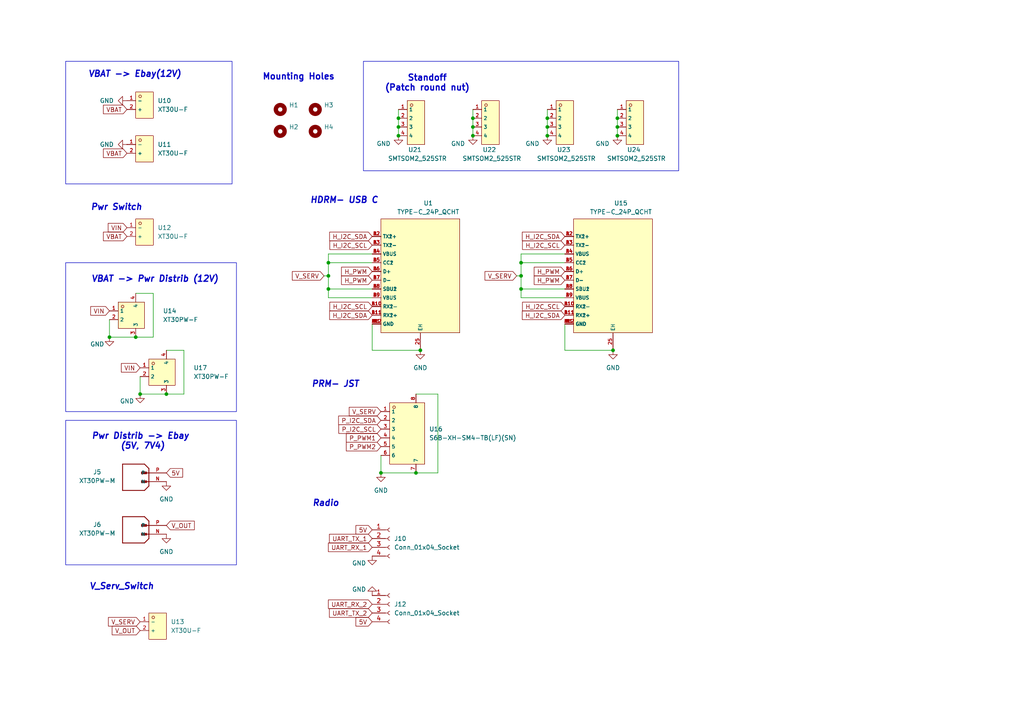
<source format=kicad_sch>
(kicad_sch (version 20250114) (generator "eeschema") (generator_version "9.0")
  (paper "A4")
  (lib_symbols
    (symbol "Connector:Conn_01x04_Socket" (pin_names (offset 1.016) (hide yes))
      (property "Reference" "J" (at 0 5.08 0))
      (property "Value" "Conn_01x04_Socket" (at 0 -7.62 0))
      (symbol "Conn_01x04_Socket_1_1"
        (polyline (pts (xy -1.27 2.54) (xy -0.508 2.54)) (stroke (width 0.1524)))
        (polyline (pts (xy -1.27 0) (xy -0.508 0)) (stroke (width 0.1524)))
        (polyline (pts (xy -1.27 -2.54) (xy -0.508 -2.54)) (stroke (width 0.1524)))
        (polyline (pts (xy -1.27 -5.08) (xy -0.508 -5.08)) (stroke (width 0.1524)))
        (arc (start 0 2.032) (mid -0.5058 2.54) (end 0 3.048) (stroke (width 0.1524)))
        (arc (start 0 -0.508) (mid -0.5058 0) (end 0 0.508) (stroke (width 0.1524)))
        (arc (start 0 -3.048) (mid -0.5058 -2.54) (end 0 -2.032) (stroke (width 0.1524)))
        (arc (start 0 -5.588) (mid -0.5058 -5.08) (end 0 -4.572) (stroke (width 0.1524)))
        (pin passive line (at -5.08 2.54 0) (length 3.81) (name "Pin_1") (number "1"))
        (pin passive line (at -5.08 0 0) (length 3.81) (name "Pin_2") (number "2"))
        (pin passive line (at -5.08 -2.54 0) (length 3.81) (name "Pin_3") (number "3"))
        (pin passive line (at -5.08 -5.08 0) (length 3.81) (name "Pin_4") (number "4"))
      )
    )
    (symbol "Mechanical:MountingHole" (pin_names (offset 1.016)) (exclude_from_sim yes) (in_bom no)
      (property "Reference" "H" (at 0 5.08 0))
      (property "Value" "MountingHole" (at 0 3.175 0))
      (symbol "MountingHole_0_1"
        (circle (center 0 0) (radius 1.27) (stroke (width 1.27)))
      )
    )
    (symbol "S6B-XH-SM4-TB(LF)(SN):S6B-XH-SM4-TB(LF)(SN)"
      (property "Reference" "U" (at 0 1.27 0))
      (property "Value" "S6B-XH-SM4-TB(LF)(SN)" (at 0 -2.54 0))
      (symbol "S6B-XH-SM4-TB(LF)(SN)_0_1"
        (rectangle (start -2.54 10.16) (end 7.62 -7.62) (fill (type background)))
        (circle (center -1.27 8.89) (radius 0.381) (fill (type background)))
        (pin unspecified line (at -5.08 7.62 0) (length 2.54) (name "1") (number "1"))
        (pin unspecified line (at -5.08 5.08 0) (length 2.54) (name "2") (number "2"))
        (pin unspecified line (at -5.08 2.54 0) (length 2.54) (name "3") (number "3"))
        (pin unspecified line (at -5.08 0 0) (length 2.54) (name "4") (number "4"))
        (pin unspecified line (at -5.08 -2.54 0) (length 2.54) (name "5") (number "5"))
        (pin unspecified line (at -5.08 -5.08 0) (length 2.54) (name "6") (number "6"))
        (pin unspecified line (at 5.08 12.7 270) (length 2.54) (name "8") (number "8"))
        (pin unspecified line (at 5.08 -10.16 90) (length 2.54) (name "7") (number "7"))
      )
    )
    (symbol "SMTSOM2_525STR:SMTSOM2_525STR"
      (property "Reference" "U" (at 0 1.27 0))
      (property "Value" "SMTSOM2_525STR" (at 0 -2.54 0))
      (symbol "SMTSOM2_525STR_0_1"
        (rectangle (start -2.54 6.35) (end 2.54 -6.35) (fill (type background)))
        (circle (center -1.27 5.08) (radius 0.381) (fill (type background)))
        (pin unspecified line (at -5.08 3.81 0) (length 2.54) (name "1") (number "1"))
        (pin unspecified line (at -5.08 1.27 0) (length 2.54) (name "2") (number "2"))
        (pin unspecified line (at -5.08 -1.27 0) (length 2.54) (name "3") (number "3"))
        (pin unspecified line (at -5.08 -3.81 0) (length 2.54) (name "4") (number "4"))
      )
    )
    (symbol "TYPE-C_24P_QCHT:TYPE-C_24P_QCHT"
      (property "Reference" "U1" (at 14.986 21.082 0))
      (property "Value" "TYPE-C_24P_QCHT" (at 14.986 18.542 0))
      (symbol "TYPE-C_24P_QCHT_0_1"
        (rectangle (start -10.16 15.24) (end 12.7 -17.78) (fill (type background)))
        (pin unspecified line (at -12.7 10.16 0) (length 2.54) (name "TX1+") (number "A2"))
        (pin unspecified line (at -12.7 10.16 0) (length 2.54) (name "TX2+") (number "B2"))
        (pin unspecified line (at -12.7 7.62 0) (length 2.54) (name "TX1-") (number "A3"))
        (pin unspecified line (at -12.7 7.62 0) (length 2.54) (name "TX2-") (number "B3"))
        (pin unspecified line (at -12.7 5.08 0) (length 2.54) (name "VBUS") (number "A4"))
        (pin unspecified line (at -12.7 5.08 0) (length 2.54) (name "VBUS") (number "B4"))
        (pin unspecified line (at -12.7 2.54 0) (length 2.54) (name "CC1") (number "A5"))
        (pin unspecified line (at -12.7 2.54 0) (length 2.54) (name "CC2") (number "B5"))
        (pin unspecified line (at -12.7 0 0) (length 2.54) (name "D+") (number "A6"))
        (pin unspecified line (at -12.7 0 0) (length 2.54) (name "D+") (number "B6"))
        (pin unspecified line (at -12.7 -2.54 0) (length 2.54) (name "D-") (number "A7"))
        (pin unspecified line (at -12.7 -2.54 0) (length 2.54) (name "D-") (number "B7"))
        (pin unspecified line (at -12.7 -5.08 0) (length 2.54) (name "SBU1") (number "A8"))
        (pin unspecified line (at -12.7 -5.08 0) (length 2.54) (name "SBU2") (number "B8"))
        (pin unspecified line (at -12.7 -7.62 0) (length 2.54) (name "VBUS") (number "A9"))
        (pin unspecified line (at -12.7 -7.62 0) (length 2.54) (name "VBUS") (number "B9"))
        (pin unspecified line (at -12.7 -10.16 0) (length 2.54) (name "RX2-") (number "A10"))
        (pin unspecified line (at -12.7 -10.16 0) (length 2.54) (name "RX1-") (number "B10"))
        (pin unspecified line (at -12.7 -12.7 0) (length 2.54) (name "RX2+") (number "A11"))
        (pin unspecified line (at -12.7 -12.7 0) (length 2.54) (name "RX1+") (number "B11"))
        (pin unspecified line (at -12.7 -15.24 0) (length 2.54) (name "GND") (number "A1"))
        (pin unspecified line (at -12.7 -15.24 0) (length 2.54) (name "GND") (number "A12"))
        (pin unspecified line (at -12.7 -15.24 0) (length 2.54) (name "GND") (number "B1"))
        (pin unspecified line (at -12.7 -15.24 0) (length 2.54) (name "GND") (number "B12"))
        (pin unspecified line (at 1.27 -22.86 90) (length 5.08) (name "EH") (number "25"))
      )
    )
    (symbol "XT30PW-F:XT30PW-F"
      (property "Reference" "U" (at 0 1.27 0))
      (property "Value" "XT30PW-F" (at 0 -2.54 0))
      (symbol "XT30PW-F_0_1"
        (rectangle (start -2.54 3.81) (end 5.08 -3.81) (fill (type background)))
        (circle (center -1.27 2.54) (radius 0.381) (fill (type background)))
        (pin unspecified line (at -5.08 1.27 0) (length 2.54) (name "1") (number "1"))
        (pin unspecified line (at -5.08 -1.27 0) (length 2.54) (name "2") (number "2"))
        (pin unspecified line (at 2.54 6.35 270) (length 2.54) (name "4") (number "4"))
        (pin unspecified line (at 2.54 -6.35 90) (length 2.54) (name "3") (number "3"))
      )
    )
    (symbol "XT30PW-M:XT30PW-M" (pin_names (offset 1.016))
      (property "Reference" "J" (at -7.62 3.302 0))
      (property "Value" "XT30PW-M" (at -7.62 -7.62 0))
      (symbol "XT30PW-M_0_0"
        (polyline (pts (xy -7.62 2.54) (xy -1.27 2.54)) (stroke (width 0.254)))
        (polyline (pts (xy -7.62 -5.08) (xy -7.62 2.54)) (stroke (width 0.254)))
        (rectangle (start -2.2225 -0.3175) (end -0.635 0.3175) (stroke (width 0.1)) (fill (type outline)))
        (rectangle (start -2.2225 -2.8575) (end -0.635 -2.2225) (stroke (width 0.1)) (fill (type outline)))
        (polyline (pts (xy -1.27 -5.08) (xy -7.62 -5.08)) (stroke (width 0.254)))
        (polyline (pts (xy 0 1.27) (xy -1.27 2.54)) (stroke (width 0.254)))
        (polyline (pts (xy 0 1.27) (xy 0 0)) (stroke (width 0.254)))
        (polyline (pts (xy 0 0) (xy -1.905 0)) (stroke (width 0.254)))
        (polyline (pts (xy 0 0) (xy 0 -3.81)) (stroke (width 0.254)))
        (polyline (pts (xy 0 -2.54) (xy -1.905 -2.54)) (stroke (width 0.254)))
        (polyline (pts (xy 0 -3.81) (xy -1.27 -5.08)) (stroke (width 0.254)))
        (pin power_in line (at 5.08 0 180) (length 5.08) (name "P") (number "P"))
        (pin power_in line (at 5.08 -2.54 180) (length 5.08) (name "N") (number "N"))
      )
    )
    (symbol "XT30U-F:XT30U-F"
      (property "Reference" "U" (at 0 1.27 0))
      (property "Value" "XT30U-F" (at 0 -2.54 0))
      (symbol "XT30U-F_0_1"
        (rectangle (start -2.54 3.81) (end 2.54 -3.81) (fill (type background)))
        (circle (center -1.27 2.54) (radius 0.381) (fill (type background)))
        (pin unspecified line (at -5.08 1.27 0) (length 2.54) (name "-") (number "1"))
        (pin unspecified line (at -5.08 -1.27 0) (length 2.54) (name "+") (number "2"))
      )
    )
    (symbol "power:GND" (power) (pin_numbers (hide yes)) (pin_names (offset 0) (hide yes))
      (property "Value" "GND" (at 0 -3.81 0))
      (symbol "GND_0_1"
        (polyline (pts (xy 0 0) (xy 0 -1.27) (xy 1.27 -1.27) (xy 0 -2.54) (xy -1.27 -1.27) (xy 0 -1.27)))
      )
      (symbol "GND_1_1"
        (pin power_in line (at 0 0 270) (length 0) (name "~") (number "1"))
      )
    )
  )
  (rectangle (start 105.41 17.78) (end 196.85 49.53))
  (rectangle (start 19.05 76.2) (end 68.58 119.38))
  (rectangle (start 19.05 121.92) (end 68.58 163.83))
  (rectangle (start 19.05 17.78) (end 67.31 53.34))
  (text "PRM- JST" (at 97.282 111.506 0) (effects (font (size 1.778 1.778) (thickness 0.3556) (bold yes) (italic yes))))
  (text "VBAT -> Pwr Distrib (12V)" (at 44.958 81.026 0) (effects (font (size 1.778 1.778) (thickness 0.3556) (bold yes) (italic yes))))
  (text "Pwr Switch\n" (at 33.782 60.198 0) (effects (font (size 1.778 1.778) (thickness 0.3556) (bold yes) (italic yes))))
  (text "Radio" (at 94.488 146.05 0) (effects (font (size 1.778 1.778) (thickness 0.3556) (bold yes) (italic yes))))
  (text "Pwr Distrib -> Ebay \n(5V, 7V4)" (at 41.402 128.016 0) (effects (font (size 1.778 1.778) (thickness 0.3556) (bold yes) (italic yes))))
  (text "VBAT -> Ebay(12V)" (at 39.116 21.59 0) (effects (font (size 1.778 1.778) (thickness 0.3556) (bold yes) (italic yes))))
  (text "V_Serv_Switch\n" (at 35.306 170.18 0) (effects (font (size 1.778 1.778) (thickness 0.3556) (bold yes) (italic yes))))
  (text "Standoff\n(Patch round nut)" (at 123.952 24.13 0) (effects (font (size 1.778 1.778) (thickness 0.3556) (bold yes))))
  (text "Mounting Holes" (at 86.614 22.352 0) (effects (font (size 1.778 1.778) (thickness 0.3556) (bold yes))))
  (text "HDRM- USB C" (at 99.822 58.166 0) (effects (font (size 1.778 1.778) (thickness 0.3556) (bold yes) (italic yes))))
  (junction (at 179.07 39.37))
  (junction (at 151.13 80.01))
  (junction (at 121.92 101.6))
  (junction (at 115.57 39.37))
  (junction (at 179.07 34.29))
  (junction (at 95.25 83.82))
  (junction (at 137.16 34.29))
  (junction (at 95.25 80.01))
  (junction (at 115.57 34.29))
  (junction (at 137.16 39.37))
  (junction (at 158.75 36.83))
  (junction (at 115.57 36.83))
  (junction (at 137.16 36.83))
  (junction (at 177.8 101.6))
  (junction (at 158.75 39.37))
  (junction (at 95.25 76.2))
  (junction (at 39.37 97.79))
  (junction (at 40.64 114.3))
  (junction (at 48.26 114.3))
  (junction (at 151.13 76.2))
  (junction (at 158.75 34.29))
  (junction (at 120.65 137.16))
  (junction (at 151.13 83.82))
  (junction (at 179.07 36.83))
  (junction (at 110.49 137.16))
  (junction (at 31.75 97.79))
  (wire (pts (xy 110.49 137.16) (xy 120.65 137.16)))
  (wire (pts (xy 95.25 86.36) (xy 95.25 83.82)))
  (wire (pts (xy 40.64 114.3) (xy 40.64 109.22)))
  (wire (pts (xy 137.16 36.83) (xy 137.16 39.37)))
  (wire (pts (xy 163.83 93.98) (xy 163.83 101.6)))
  (wire (pts (xy 107.95 93.98) (xy 107.95 101.6)))
  (wire (pts (xy 127 114.3) (xy 127 137.16)))
  (wire (pts (xy 95.25 83.82) (xy 95.25 80.01)))
  (wire (pts (xy 93.98 80.01) (xy 95.25 80.01)))
  (wire (pts (xy 137.16 31.75) (xy 137.16 34.29)))
  (wire (pts (xy 158.75 36.83) (xy 158.75 39.37)))
  (wire (pts (xy 137.16 34.29) (xy 137.16 36.83)))
  (wire (pts (xy 39.37 85.09) (xy 44.45 85.09)))
  (wire (pts (xy 95.25 76.2) (xy 95.25 73.66)))
  (wire (pts (xy 40.64 114.3) (xy 48.26 114.3)))
  (wire (pts (xy 163.83 101.6) (xy 177.8 101.6)))
  (wire (pts (xy 179.07 31.75) (xy 179.07 34.29)))
  (wire (pts (xy 151.13 86.36) (xy 151.13 83.82)))
  (wire (pts (xy 44.45 97.79) (xy 39.37 97.79)))
  (wire (pts (xy 53.34 101.6) (xy 53.34 114.3)))
  (wire (pts (xy 95.25 80.01) (xy 95.25 76.2)))
  (wire (pts (xy 158.75 31.75) (xy 158.75 34.29)))
  (wire (pts (xy 163.83 86.36) (xy 151.13 86.36)))
  (wire (pts (xy 44.45 85.09) (xy 44.45 97.79)))
  (wire (pts (xy 163.83 76.2) (xy 151.13 76.2)))
  (wire (pts (xy 179.07 34.29) (xy 179.07 36.83)))
  (wire (pts (xy 107.95 101.6) (xy 121.92 101.6)))
  (wire (pts (xy 31.75 97.79) (xy 39.37 97.79)))
  (wire (pts (xy 151.13 76.2) (xy 151.13 73.66)))
  (wire (pts (xy 179.07 36.83) (xy 179.07 39.37)))
  (wire (pts (xy 127 137.16) (xy 120.65 137.16)))
  (wire (pts (xy 115.57 31.75) (xy 115.57 34.29)))
  (wire (pts (xy 107.95 86.36) (xy 95.25 86.36)))
  (wire (pts (xy 151.13 80.01) (xy 151.13 76.2)))
  (wire (pts (xy 53.34 114.3) (xy 48.26 114.3)))
  (wire (pts (xy 151.13 73.66) (xy 163.83 73.66)))
  (wire (pts (xy 120.65 114.3) (xy 127 114.3)))
  (wire (pts (xy 115.57 36.83) (xy 115.57 39.37)))
  (wire (pts (xy 110.49 137.16) (xy 110.49 132.08)))
  (wire (pts (xy 95.25 73.66) (xy 107.95 73.66)))
  (wire (pts (xy 163.83 83.82) (xy 151.13 83.82)))
  (wire (pts (xy 48.26 101.6) (xy 53.34 101.6)))
  (wire (pts (xy 107.95 83.82) (xy 95.25 83.82)))
  (wire (pts (xy 107.95 76.2) (xy 95.25 76.2)))
  (wire (pts (xy 149.86 80.01) (xy 151.13 80.01)))
  (wire (pts (xy 31.75 97.79) (xy 31.75 92.71)))
  (wire (pts (xy 115.57 34.29) (xy 115.57 36.83)))
  (wire (pts (xy 158.75 34.29) (xy 158.75 36.83)))
  (wire (pts (xy 151.13 83.82) (xy 151.13 80.01)))
  (global_label "V_SERV" (shape input) (at 149.86 80.01 180) (property "Intersheetrefs" "${INTERSHEET_REFS}" (effects (hide yes))))
  (global_label "H_PWM" (shape input) (at 107.95 78.74 180) (property "Intersheetrefs" "${INTERSHEET_REFS}" (effects (hide yes))))
  (global_label "V_SERV" (shape input) (at 110.49 119.38 180) (property "Intersheetrefs" "${INTERSHEET_REFS}" (effects (hide yes))))
  (global_label "P_PWM1" (shape input) (at 110.49 127 180) (property "Intersheetrefs" "${INTERSHEET_REFS}" (effects (hide yes))))
  (global_label "H_PWM" (shape input) (at 107.95 81.28 180) (property "Intersheetrefs" "${INTERSHEET_REFS}" (effects (hide yes))))
  (global_label "5V" (shape input) (at 48.26 137.16 0) (property "Intersheetrefs" "${INTERSHEET_REFS}" (effects (hide yes))))
  (global_label "H_I2C_SCL" (shape input) (at 107.95 88.9 180) (property "Intersheetrefs" "${INTERSHEET_REFS}" (effects (hide yes))))
  (global_label "V_OUT" (shape input) (at 40.64 182.88 180) (property "Intersheetrefs" "${INTERSHEET_REFS}" (effects (hide yes))))
  (global_label "VBAT" (shape input) (at 36.83 68.58 180) (property "Intersheetrefs" "${INTERSHEET_REFS}" (effects (hide yes))))
  (global_label "VBAT" (shape input) (at 36.83 44.45 180) (property "Intersheetrefs" "${INTERSHEET_REFS}" (effects (hide yes))))
  (global_label "UART_TX_2" (shape input) (at 107.95 177.8 180) (property "Intersheetrefs" "${INTERSHEET_REFS}" (effects (hide yes))))
  (global_label "H_I2C_SCL" (shape input) (at 107.95 71.12 180) (property "Intersheetrefs" "${INTERSHEET_REFS}" (effects (hide yes))))
  (global_label "V_SERV" (shape input) (at 40.64 180.34 180) (property "Intersheetrefs" "${INTERSHEET_REFS}" (effects (hide yes))))
  (global_label "H_I2C_SCL" (shape input) (at 163.83 88.9 180) (property "Intersheetrefs" "${INTERSHEET_REFS}" (effects (hide yes))))
  (global_label "5V" (shape input) (at 107.95 153.67 180) (property "Intersheetrefs" "${INTERSHEET_REFS}" (effects (hide yes))))
  (global_label "H_PWM" (shape input) (at 163.83 78.74 180) (property "Intersheetrefs" "${INTERSHEET_REFS}" (effects (hide yes))))
  (global_label "H_I2C_SCL" (shape input) (at 163.83 71.12 180) (property "Intersheetrefs" "${INTERSHEET_REFS}" (effects (hide yes))))
  (global_label "UART_TX_1" (shape input) (at 107.95 156.21 180) (property "Intersheetrefs" "${INTERSHEET_REFS}" (effects (hide yes))))
  (global_label "V_OUT" (shape input) (at 48.26 152.4 0) (property "Intersheetrefs" "${INTERSHEET_REFS}" (effects (hide yes))))
  (global_label "H_PWM" (shape input) (at 163.83 81.28 180) (property "Intersheetrefs" "${INTERSHEET_REFS}" (effects (hide yes))))
  (global_label "H_I2C_SDA" (shape input) (at 163.83 68.58 180) (property "Intersheetrefs" "${INTERSHEET_REFS}" (effects (hide yes))))
  (global_label "V_SERV" (shape input) (at 93.98 80.01 180) (property "Intersheetrefs" "${INTERSHEET_REFS}" (effects (hide yes))))
  (global_label "VIN" (shape input) (at 36.83 66.04 180) (property "Intersheetrefs" "${INTERSHEET_REFS}" (effects (hide yes))))
  (global_label "VIN" (shape input) (at 40.64 106.68 180) (property "Intersheetrefs" "${INTERSHEET_REFS}" (effects (hide yes))))
  (global_label "UART_RX_2" (shape input) (at 107.95 175.26 180) (property "Intersheetrefs" "${INTERSHEET_REFS}" (effects (hide yes))))
  (global_label "H_I2C_SDA" (shape input) (at 107.95 68.58 180) (property "Intersheetrefs" "${INTERSHEET_REFS}" (effects (hide yes))))
  (global_label "H_I2C_SDA" (shape input) (at 107.95 91.44 180) (property "Intersheetrefs" "${INTERSHEET_REFS}" (effects (hide yes))))
  (global_label "P_I2C_SCL" (shape input) (at 110.49 124.46 180) (property "Intersheetrefs" "${INTERSHEET_REFS}" (effects (hide yes))))
  (global_label "P_I2C_SDA" (shape input) (at 110.49 121.92 180) (property "Intersheetrefs" "${INTERSHEET_REFS}" (effects (hide yes))))
  (global_label "VIN" (shape input) (at 31.75 90.17 180) (property "Intersheetrefs" "${INTERSHEET_REFS}" (effects (hide yes))))
  (global_label "UART_RX_1" (shape input) (at 107.95 158.75 180) (property "Intersheetrefs" "${INTERSHEET_REFS}" (effects (hide yes))))
  (global_label "P_PWM2" (shape input) (at 110.49 129.54 180) (property "Intersheetrefs" "${INTERSHEET_REFS}" (effects (hide yes))))
  (global_label "VBAT" (shape input) (at 36.83 31.75 180) (property "Intersheetrefs" "${INTERSHEET_REFS}" (effects (hide yes))))
  (global_label "5V" (shape input) (at 107.95 180.34 180) (property "Intersheetrefs" "${INTERSHEET_REFS}" (effects (hide yes))))
  (global_label "H_I2C_SDA" (shape input) (at 163.83 91.44 180) (property "Intersheetrefs" "${INTERSHEET_REFS}" (effects (hide yes))))
  (symbol (lib_id "power:GND") (at 31.75 97.79 0) (unit 1)
    (property "Reference" "#PWR03" (effects (hide yes)))
    (property "Value" "GND" (at 28.194 99.822 0))
    (property "Description" "Power symbol creates a global label with name \"GND\" , ground" (effects (hide yes)))
  )
  (symbol (lib_id "Mechanical:MountingHole") (at 81.28 31.75 0) (unit 1) (exclude_from_sim yes) (in_bom no)
    (property "Reference" "H1" (at 83.82 30.4799 0) (effects (justify left)))
    (property "Value" "MountingHole" (effects (hide yes)))
    (property "Footprint" "MountingHole:MountingHole_3.2mm_M3_Pad_Via" (effects (hide yes)))
    (property "Description" "Mounting Hole without connection" (effects (hide yes)))
  )
  (symbol (lib_id "XT30U-F:XT30U-F") (at 41.91 30.48 0) (unit 1)
    (property "Reference" "U10" (at 45.72 29.2099 0) (effects (justify left)))
    (property "Value" "XT30U-F" (at 45.72 31.7499 0) (effects (justify left)))
    (property "Footprint" "XT30-vertical:CONN-TH_XT30U-F" (effects (hide yes)))
    (property "Datasheet" "https://atta.szlcsc.com/upload/public/pdf/source/20170606/1496716550180.pdf" (effects (hide yes)))
    (property "LCSC" "C99102" (effects (hide yes)))
  )
  (symbol (lib_id "XT30U-F:XT30U-F") (at 41.91 67.31 0) (unit 1)
    (property "Reference" "U12" (at 45.72 66.0399 0) (effects (justify left)))
    (property "Value" "XT30U-F" (at 45.72 68.5799 0) (effects (justify left)))
    (property "Footprint" "XT30-vertical:CONN-TH_XT30U-F" (effects (hide yes)))
    (property "Datasheet" "https://atta.szlcsc.com/upload/public/pdf/source/20170606/1496716550180.pdf" (effects (hide yes)))
    (property "LCSC" "C99102" (effects (hide yes)))
  )
  (symbol (lib_id "TYPE-C_24P_QCHT:TYPE-C_24P_QCHT") (at 176.53 78.74 0) (unit 1)
    (property "Reference" "U15" (at 180.086 58.928 0))
    (property "Value" "TYPE-C_24P_QCHT" (at 180.086 61.468 0))
    (property "Footprint" "USB-C 24P:TYPE-C-SMD_TYPE-C-24P-QCHT" (effects (hide yes)))
    (property "Datasheet" "https://item.szlcsc.com/458820.html" (effects (hide yes)))
    (property "LCSC" "C456013" (effects (hide yes)))
  )
  (symbol (lib_id "XT30PW-M:XT30PW-M") (at 43.18 137.16 0) (unit 1)
    (property "Reference" "J5" (at 28.194 136.906 0))
    (property "Value" "XT30PW-M" (at 28.194 139.446 0))
    (property "Footprint" "XT30PW-M:AMASS_XT30PW-M" (effects (hide yes)))
    (property "MF" "AMASS" (effects (hide yes)))
    (property "MAXIMUM_PACKAGE_HEIGHT" "5 mm" (effects (hide yes)))
    (property "Package" "None" (effects (hide yes)))
    (property "Price" "None" (effects (hide yes)))
    (property "Check_prices" "https://www.snapeda.com/parts/XT30PW-M/AMASS/view-part/?ref=eda" (effects (hide yes)))
    (property "STANDARD" "Manufacturer Recommendations" (effects (hide yes)))
    (property "PARTREV" "1.2" (effects (hide yes)))
    (property "SnapEDA_Link" "https://www.snapeda.com/parts/XT30PW-M/AMASS/view-part/?ref=snap" (effects (hide yes)))
    (property "MP" "XT30PW-M" (effects (hide yes)))
    (property "Description_1" "Socket; DC supply; XT30; male; PIN: 2; on PCBs; THT; Colour: yellow" (effects (hide yes)))
    (property "MANUFACTURER" "Amass" (effects (hide yes)))
    (property "Availability" "Not in stock" (effects (hide yes)))
    (property "SNAPEDA_PN" "XT30PW-M" (effects (hide yes)))
  )
  (symbol (lib_id "SMTSOM2_525STR:SMTSOM2_525STR") (at 163.83 35.56 0) (unit 1)
    (property "Reference" "U23" (at 161.544 43.434 0) (effects (justify left)))
    (property "Value" "SMTSOM2_525STR" (at 155.702 45.974 0) (effects (justify left)))
    (property "Footprint" "SMTSOM2.525STR:SMD_BD5.6-D4.1" (effects (hide yes)))
    (property "Datasheet" "https://img.jlc.com/pdf/applyPasteComponent/2021-08-17/383886A/1117d75d549448acb3d5abecca3dc57c/SMD%E8%A1%A8%E8%B4%B4%E8%9E%BA%E6%AF%8D%E6%9F%B1-%E7%AE%80.pdf" (effects (hide yes)))
    (property "LCSC" "C22368605" (effects (hide yes)))
  )
  (symbol (lib_id "power:GND") (at 137.16 39.37 0) (unit 1)
    (property "Reference" "#PWR0239" (effects (hide yes)))
    (property "Value" "GND" (at 132.842 41.656 0))
    (property "Description" "Power symbol creates a global label with name \"GND\" , ground" (effects (hide yes)))
  )
  (symbol (lib_id "TYPE-C_24P_QCHT:TYPE-C_24P_QCHT") (at 120.65 78.74 0) (unit 1)
    (property "Reference" "U1" (at 124.206 58.928 0))
    (property "Value" "TYPE-C_24P_QCHT" (at 124.206 61.468 0))
    (property "Footprint" "USB-C 24P:TYPE-C-SMD_TYPE-C-24P-QCHT" (effects (hide yes)))
    (property "Datasheet" "https://item.szlcsc.com/458820.html" (effects (hide yes)))
    (property "LCSC" "C456013" (effects (hide yes)))
  )
  (symbol (lib_id "Mechanical:MountingHole") (at 91.44 38.1 0) (unit 1) (exclude_from_sim yes) (in_bom no)
    (property "Reference" "H4" (at 93.98 36.8299 0) (effects (justify left)))
    (property "Value" "MountingHole" (effects (hide yes)))
    (property "Footprint" "MountingHole:MountingHole_3.2mm_M3_Pad_Via" (effects (hide yes)))
    (property "Description" "Mounting Hole without connection" (effects (hide yes)))
  )
  (symbol (lib_id "power:GND") (at 158.75 39.37 0) (unit 1)
    (property "Reference" "#PWR0240" (effects (hide yes)))
    (property "Value" "GND" (at 154.432 41.656 0))
    (property "Description" "Power symbol creates a global label with name \"GND\" , ground" (effects (hide yes)))
  )
  (symbol (lib_id "power:GND") (at 121.92 101.6 0) (unit 1)
    (property "Reference" "#PWR08" (effects (hide yes)))
    (property "Value" "GND" (at 121.92 106.68 0))
    (property "Description" "Power symbol creates a global label with name \"GND\" , ground" (effects (hide yes)))
  )
  (symbol (lib_id "XT30PW-F:XT30PW-F") (at 36.83 91.44 0) (unit 1)
    (property "Reference" "U14" (at 47.244 90.17 0) (effects (justify left)))
    (property "Value" "XT30PW-F" (at 47.244 92.71 0) (effects (justify left)))
    (property "Footprint" "XT30PW-F20.G:CONN-TH_XT30PW-F-1" (effects (hide yes)))
    (property "Datasheet" "https://atta.szlcsc.com/upload/public/pdf/source/20220222/6A9F22F7850E25B33E1BE430ADF8560B.pdf" (effects (hide yes)))
    (property "LCSC" "C2913282" (effects (hide yes)))
  )
  (symbol (lib_id "SMTSOM2_525STR:SMTSOM2_525STR") (at 184.15 35.56 0) (unit 1)
    (property "Reference" "U24" (at 181.864 43.434 0) (effects (justify left)))
    (property "Value" "SMTSOM2_525STR" (at 176.022 45.974 0) (effects (justify left)))
    (property "Footprint" "SMTSOM2.525STR:SMD_BD5.6-D4.1" (effects (hide yes)))
    (property "Datasheet" "https://img.jlc.com/pdf/applyPasteComponent/2021-08-17/383886A/1117d75d549448acb3d5abecca3dc57c/SMD%E8%A1%A8%E8%B4%B4%E8%9E%BA%E6%AF%8D%E6%9F%B1-%E7%AE%80.pdf" (effects (hide yes)))
    (property "LCSC" "C22368605" (effects (hide yes)))
  )
  (symbol (lib_id "power:GND") (at 40.64 114.3 0) (unit 1)
    (property "Reference" "#PWR022" (effects (hide yes)))
    (property "Value" "GND" (at 36.83 116.332 0))
    (property "Description" "Power symbol creates a global label with name \"GND\" , ground" (effects (hide yes)))
  )
  (symbol (lib_id "power:GND") (at 107.95 172.72 180) (unit 1)
    (property "Reference" "#PWR019" (effects (hide yes)))
    (property "Value" "GND" (at 104.14 170.942 0))
    (property "Description" "Power symbol creates a global label with name \"GND\" , ground" (effects (hide yes)))
  )
  (symbol (lib_id "power:GND") (at 177.8 101.6 0) (unit 1)
    (property "Reference" "#PWR021" (effects (hide yes)))
    (property "Value" "GND" (at 177.8 106.68 0))
    (property "Description" "Power symbol creates a global label with name \"GND\" , ground" (effects (hide yes)))
  )
  (symbol (lib_id "XT30PW-F:XT30PW-F") (at 45.72 107.95 0) (unit 1)
    (property "Reference" "U17" (at 56.134 106.68 0) (effects (justify left)))
    (property "Value" "XT30PW-F" (at 56.134 109.22 0) (effects (justify left)))
    (property "Footprint" "XT30PW-F20.G:CONN-TH_XT30PW-F-1" (effects (hide yes)))
    (property "Datasheet" "https://atta.szlcsc.com/upload/public/pdf/source/20220222/6A9F22F7850E25B33E1BE430ADF8560B.pdf" (effects (hide yes)))
    (property "LCSC" "C2913282" (effects (hide yes)))
  )
  (symbol (lib_id "SMTSOM2_525STR:SMTSOM2_525STR") (at 142.24 35.56 0) (unit 1)
    (property "Reference" "U22" (at 139.954 43.434 0) (effects (justify left)))
    (property "Value" "SMTSOM2_525STR" (at 134.112 45.974 0) (effects (justify left)))
    (property "Footprint" "SMTSOM2.525STR:SMD_BD5.6-D4.1" (effects (hide yes)))
    (property "Datasheet" "https://img.jlc.com/pdf/applyPasteComponent/2021-08-17/383886A/1117d75d549448acb3d5abecca3dc57c/SMD%E8%A1%A8%E8%B4%B4%E8%9E%BA%E6%AF%8D%E6%9F%B1-%E7%AE%80.pdf" (effects (hide yes)))
    (property "LCSC" "C22368605" (effects (hide yes)))
  )
  (symbol (lib_id "Connector:Conn_01x04_Socket") (at 113.03 156.21 0) (unit 1)
    (property "Reference" "J10" (at 114.3 156.2099 0) (effects (justify left)))
    (property "Value" "Conn_01x04_Socket" (at 114.3 158.7499 0) (effects (justify left)))
    (property "Footprint" "Connector_PinHeader_2.54mm:PinHeader_1x04_P2.54mm_Horizontal" (effects (hide yes)))
    (property "Description" "Generic connector, single row, 01x04, script generated" (effects (hide yes)))
  )
  (symbol (lib_id "power:GND") (at 36.83 41.91 270) (unit 1)
    (property "Reference" "#PWR020" (effects (hide yes)))
    (property "Value" "GND" (at 33.02 41.9099 90) (effects (justify right)))
    (property "Description" "Power symbol creates a global label with name \"GND\" , ground" (effects (hide yes)))
  )
  (symbol (lib_id "XT30U-F:XT30U-F") (at 41.91 43.18 0) (unit 1)
    (property "Reference" "U11" (at 45.72 41.9099 0) (effects (justify left)))
    (property "Value" "XT30U-F" (at 45.72 44.4499 0) (effects (justify left)))
    (property "Footprint" "XT30-vertical:CONN-TH_XT30U-F" (effects (hide yes)))
    (property "Datasheet" "https://atta.szlcsc.com/upload/public/pdf/source/20170606/1496716550180.pdf" (effects (hide yes)))
    (property "LCSC" "C99102" (effects (hide yes)))
  )
  (symbol (lib_id "power:GND") (at 36.83 29.21 270) (unit 1)
    (property "Reference" "#PWR017" (effects (hide yes)))
    (property "Value" "GND" (at 33.02 29.2099 90) (effects (justify right)))
    (property "Description" "Power symbol creates a global label with name \"GND\" , ground" (effects (hide yes)))
  )
  (symbol (lib_id "XT30PW-M:XT30PW-M") (at 43.18 152.4 0) (unit 1)
    (property "Reference" "J6" (at 28.194 152.146 0))
    (property "Value" "XT30PW-M" (at 28.194 154.686 0))
    (property "Footprint" "XT30PW-M:AMASS_XT30PW-M" (effects (hide yes)))
    (property "MF" "AMASS" (effects (hide yes)))
    (property "MAXIMUM_PACKAGE_HEIGHT" "5 mm" (effects (hide yes)))
    (property "Package" "None" (effects (hide yes)))
    (property "Price" "None" (effects (hide yes)))
    (property "Check_prices" "https://www.snapeda.com/parts/XT30PW-M/AMASS/view-part/?ref=eda" (effects (hide yes)))
    (property "STANDARD" "Manufacturer Recommendations" (effects (hide yes)))
    (property "PARTREV" "1.2" (effects (hide yes)))
    (property "SnapEDA_Link" "https://www.snapeda.com/parts/XT30PW-M/AMASS/view-part/?ref=snap" (effects (hide yes)))
    (property "MP" "XT30PW-M" (effects (hide yes)))
    (property "Description_1" "Socket; DC supply; XT30; male; PIN: 2; on PCBs; THT; Colour: yellow" (effects (hide yes)))
    (property "MANUFACTURER" "Amass" (effects (hide yes)))
    (property "Availability" "Not in stock" (effects (hide yes)))
    (property "SNAPEDA_PN" "XT30PW-M" (effects (hide yes)))
  )
  (symbol (lib_id "Mechanical:MountingHole") (at 91.44 31.75 0) (unit 1) (exclude_from_sim yes) (in_bom no)
    (property "Reference" "H3" (at 93.98 30.4799 0) (effects (justify left)))
    (property "Value" "MountingHole" (effects (hide yes)))
    (property "Footprint" "MountingHole:MountingHole_3.2mm_M3_Pad_Via" (effects (hide yes)))
    (property "Description" "Mounting Hole without connection" (effects (hide yes)))
  )
  (symbol (lib_id "power:GND") (at 107.95 161.29 0) (unit 1)
    (property "Reference" "#PWR018" (effects (hide yes)))
    (property "Value" "GND" (at 104.14 163.322 0))
    (property "Description" "Power symbol creates a global label with name \"GND\" , ground" (effects (hide yes)))
  )
  (symbol (lib_id "Mechanical:MountingHole") (at 81.28 38.1 0) (unit 1) (exclude_from_sim yes) (in_bom no)
    (property "Reference" "H2" (at 83.82 36.8299 0) (effects (justify left)))
    (property "Value" "MountingHole" (effects (hide yes)))
    (property "Footprint" "MountingHole:MountingHole_3.2mm_M3_Pad_Via" (effects (hide yes)))
    (property "Description" "Mounting Hole without connection" (effects (hide yes)))
  )
  (symbol (lib_id "power:GND") (at 48.26 139.7 0) (unit 1)
    (property "Reference" "#PWR05" (effects (hide yes)))
    (property "Value" "GND" (at 48.26 144.78 0))
    (property "Description" "Power symbol creates a global label with name \"GND\" , ground" (effects (hide yes)))
  )
  (symbol (lib_id "power:GND") (at 110.49 137.16 0) (unit 1)
    (property "Reference" "#PWR07" (effects (hide yes)))
    (property "Value" "GND" (at 110.49 142.24 0))
    (property "Description" "Power symbol creates a global label with name \"GND\" , ground" (effects (hide yes)))
  )
  (symbol (lib_id "power:GND") (at 115.57 39.37 0) (unit 1)
    (property "Reference" "#PWR0238" (effects (hide yes)))
    (property "Value" "GND" (at 111.252 41.656 0))
    (property "Description" "Power symbol creates a global label with name \"GND\" , ground" (effects (hide yes)))
  )
  (symbol (lib_id "S6B-XH-SM4-TB(LF)(SN):S6B-XH-SM4-TB(LF)(SN)") (at 115.57 127 0) (unit 1)
    (property "Reference" "U16" (at 124.46 124.4599 0) (effects (justify left)))
    (property "Value" "S6B-XH-SM4-TB(LF)(SN)" (at 124.46 126.9999 0) (effects (justify left)))
    (property "Footprint" "S6B-XH-SM4-TB:CONN-SMD_S6B-XH-SM4-TB-LF-SN" (effects (hide yes)))
    (property "Datasheet" "https://atta.szlcsc.com/upload/public/pdf/source/20180829/C191914_CF07A40963D925B3D86855552B2C46AC.pdf" (effects (hide yes)))
    (property "LCSC" "C191914" (effects (hide yes)))
  )
  (symbol (lib_id "SMTSOM2_525STR:SMTSOM2_525STR") (at 120.65 35.56 0) (unit 1)
    (property "Reference" "U21" (at 118.364 43.434 0) (effects (justify left)))
    (property "Value" "SMTSOM2_525STR" (at 112.522 45.974 0) (effects (justify left)))
    (property "Footprint" "SMTSOM2.525STR:SMD_BD5.6-D4.1" (effects (hide yes)))
    (property "Datasheet" "https://img.jlc.com/pdf/applyPasteComponent/2021-08-17/383886A/1117d75d549448acb3d5abecca3dc57c/SMD%E8%A1%A8%E8%B4%B4%E8%9E%BA%E6%AF%8D%E6%9F%B1-%E7%AE%80.pdf" (effects (hide yes)))
    (property "LCSC" "C22368605" (effects (hide yes)))
  )
  (symbol (lib_id "power:GND") (at 179.07 39.37 0) (unit 1)
    (property "Reference" "#PWR0241" (effects (hide yes)))
    (property "Value" "GND" (at 174.752 41.656 0))
    (property "Description" "Power symbol creates a global label with name \"GND\" , ground" (effects (hide yes)))
  )
  (symbol (lib_id "Connector:Conn_01x04_Socket") (at 113.03 175.26 0) (unit 1)
    (property "Reference" "J12" (at 114.3 175.2599 0) (effects (justify left)))
    (property "Value" "Conn_01x04_Socket" (at 114.3 177.7999 0) (effects (justify left)))
    (property "Footprint" "Connector_PinHeader_2.54mm:PinHeader_1x04_P2.54mm_Horizontal" (effects (hide yes)))
    (property "Description" "Generic connector, single row, 01x04, script generated" (effects (hide yes)))
  )
  (symbol (lib_id "XT30U-F:XT30U-F") (at 45.72 181.61 0) (unit 1)
    (property "Reference" "U13" (at 49.53 180.3399 0) (effects (justify left)))
    (property "Value" "XT30U-F" (at 49.53 182.8799 0) (effects (justify left)))
    (property "Footprint" "XT30-vertical:CONN-TH_XT30U-F" (effects (hide yes)))
    (property "Datasheet" "https://atta.szlcsc.com/upload/public/pdf/source/20170606/1496716550180.pdf" (effects (hide yes)))
    (property "LCSC" "C99102" (effects (hide yes)))
  )
  (symbol (lib_id "power:GND") (at 48.26 154.94 0) (unit 1)
    (property "Reference" "#PWR06" (effects (hide yes)))
    (property "Value" "GND" (at 48.26 160.02 0))
    (property "Description" "Power symbol creates a global label with name \"GND\" , ground" (effects (hide yes)))
  )
  (sheet (at 311.15 10.16) (size 53.34 36.83) (stroke (width 0.1524))
    (property "Sheetname" "Plugin_connectors" (at 311.15 9.4484 0) (effects (justify left bottom)))
    (property "Sheetfile" "plugin_conn.kicad_sch" (at 311.15 47.5746 0) (effects (justify left top)))
  )
)
</source>
